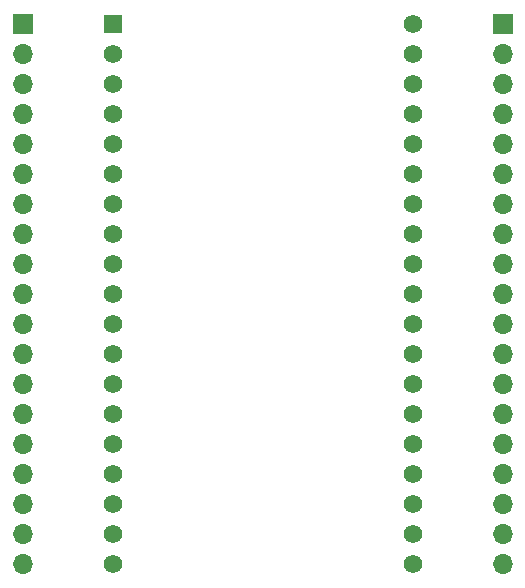
<source format=gbr>
%TF.GenerationSoftware,KiCad,Pcbnew,(6.0.11-0)*%
%TF.CreationDate,2023-01-30T18:49:11-05:00*%
%TF.ProjectId,ESP32-Breakout,45535033-322d-4427-9265-616b6f75742e,1.0.0*%
%TF.SameCoordinates,Original*%
%TF.FileFunction,Soldermask,Bot*%
%TF.FilePolarity,Negative*%
%FSLAX46Y46*%
G04 Gerber Fmt 4.6, Leading zero omitted, Abs format (unit mm)*
G04 Created by KiCad (PCBNEW (6.0.11-0)) date 2023-01-30 18:49:11*
%MOMM*%
%LPD*%
G01*
G04 APERTURE LIST*
%ADD10R,1.700000X1.700000*%
%ADD11O,1.700000X1.700000*%
%ADD12R,1.560000X1.560000*%
%ADD13C,1.560000*%
G04 APERTURE END LIST*
D10*
%TO.C,J101*%
X139700000Y-73660000D03*
D11*
X139700000Y-76200000D03*
X139700000Y-78740000D03*
X139700000Y-81280000D03*
X139700000Y-83820000D03*
X139700000Y-86360000D03*
X139700000Y-88900000D03*
X139700000Y-91440000D03*
X139700000Y-93980000D03*
X139700000Y-96520000D03*
X139700000Y-99060000D03*
X139700000Y-101600000D03*
X139700000Y-104140000D03*
X139700000Y-106680000D03*
X139700000Y-109220000D03*
X139700000Y-111760000D03*
X139700000Y-114300000D03*
X139700000Y-116840000D03*
X139700000Y-119380000D03*
%TD*%
D10*
%TO.C,J102*%
X180340000Y-73670000D03*
D11*
X180340000Y-76210000D03*
X180340000Y-78750000D03*
X180340000Y-81290000D03*
X180340000Y-83830000D03*
X180340000Y-86370000D03*
X180340000Y-88910000D03*
X180340000Y-91450000D03*
X180340000Y-93990000D03*
X180340000Y-96530000D03*
X180340000Y-99070000D03*
X180340000Y-101610000D03*
X180340000Y-104150000D03*
X180340000Y-106690000D03*
X180340000Y-109230000D03*
X180340000Y-111770000D03*
X180340000Y-114310000D03*
X180340000Y-116850000D03*
X180340000Y-119390000D03*
%TD*%
D12*
%TO.C,U101*%
X147320000Y-73660000D03*
D13*
X147320000Y-76200000D03*
X147320000Y-78740000D03*
X147320000Y-81280000D03*
X147320000Y-83820000D03*
X147320000Y-86360000D03*
X147320000Y-88900000D03*
X147320000Y-91440000D03*
X147320000Y-93980000D03*
X147320000Y-96520000D03*
X147320000Y-99060000D03*
X147320000Y-101600000D03*
X147320000Y-104140000D03*
X147320000Y-106680000D03*
X147320000Y-109220000D03*
X147320000Y-111760000D03*
X147320000Y-114300000D03*
X147320000Y-116840000D03*
X147320000Y-119380000D03*
X172720000Y-73660000D03*
X172720000Y-76200000D03*
X172720000Y-78740000D03*
X172720000Y-81280000D03*
X172720000Y-83820000D03*
X172720000Y-86360000D03*
X172720000Y-88900000D03*
X172720000Y-91440000D03*
X172720000Y-93980000D03*
X172720000Y-96520000D03*
X172720000Y-99060000D03*
X172720000Y-101600000D03*
X172720000Y-104140000D03*
X172720000Y-106680000D03*
X172720000Y-109220000D03*
X172720000Y-111760000D03*
X172720000Y-114300000D03*
X172720000Y-116840000D03*
X172720000Y-119380000D03*
%TD*%
M02*

</source>
